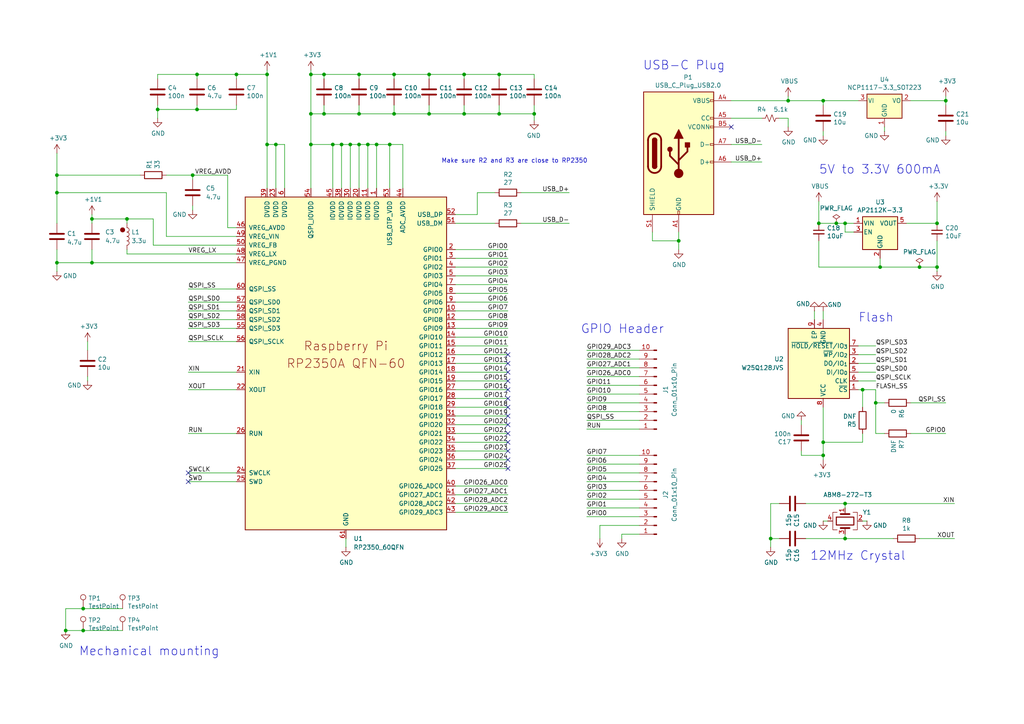
<source format=kicad_sch>
(kicad_sch (version 20250114) (generator "eeschema") (generator_version "9.0")
  (paper "A4")
  (title_block (title "RP2350 GPIO Card V1.1") (date "2020-12-12") (rev "X1") (company "SemiTO-V Student Team, Polytechnic University of Turin") (comment 1 "This work is licensed under a Creative Commons Attribution 4.0 International License") (comment 2 "Authors: Tan Siret Akıncı") (comment 3 "Framework Expansion Card template and RP2350A minimal board") (comment 4 "This schematic is based on:"))
  (lib_symbols
    (symbol "Connector:Conn_01x10_Pin" (pin_names (offset 1.016) (hide yes))
      (property "Reference" "J" (at 0 12.7 0))
      (property "Value" "Conn_01x10_Pin" (at 0 -15.24 0))
      (symbol "Conn_01x10_Pin_1_1"
        (pin passive line (at 5.08 10.16 180) (length 3.81) (name "Pin_1") (number "1"))
        (pin passive line (at 5.08 7.62 180) (length 3.81) (name "Pin_2") (number "2"))
        (pin passive line (at 5.08 5.08 180) (length 3.81) (name "Pin_3") (number "3"))
        (pin passive line (at 5.08 2.54 180) (length 3.81) (name "Pin_4") (number "4"))
        (pin passive line (at 5.08 0 180) (length 3.81) (name "Pin_5") (number "5"))
        (pin passive line (at 5.08 -2.54 180) (length 3.81) (name "Pin_6") (number "6"))
        (pin passive line (at 5.08 -5.08 180) (length 3.81) (name "Pin_7") (number "7"))
        (pin passive line (at 5.08 -7.62 180) (length 3.81) (name "Pin_8") (number "8"))
        (pin passive line (at 5.08 -10.16 180) (length 3.81) (name "Pin_9") (number "9"))
        (pin passive line (at 5.08 -12.7 180) (length 3.81) (name "Pin_10") (number "10"))
      )
    )
    (symbol "Connector:TestPoint" (pin_numbers (hide yes)) (pin_names (offset 0.762) (hide yes))
      (property "Reference" "TP" (at 0 6.858 0))
      (property "Value" "TestPoint" (at 0 5.08 0))
      (symbol "TestPoint_1_1"
        (pin passive line (at 0 0 90) (length 2.54) (name "1") (number "1"))
      )
    )
    (symbol "Connector:USB_C_Plug_USB2.0" (pin_names (offset 1.016))
      (property "Reference" "P" (at -10.16 19.05 0))
      (property "Value" "USB_C_Plug_USB2.0" (at 12.7 19.05 0))
      (symbol "USB_C_Plug_USB2.0_1_1"
        (pin passive line (at -7.62 -22.86 90) (length 5.08) (name "SHIELD") (number "S1"))
        (pin passive line (at 0 -22.86 90) (length 5.08) (name "GND") (number "A1"))
        (pin passive line (at 0 -22.86 90) (length 5.08) (hide yes) (name "GND") (number "A12"))
        (pin passive line (at 0 -22.86 90) (length 5.08) (hide yes) (name "GND") (number "B1"))
        (pin passive line (at 0 -22.86 90) (length 5.08) (hide yes) (name "GND") (number "B12"))
        (pin passive line (at 15.24 15.24 180) (length 5.08) (name "VBUS") (number "A4"))
        (pin passive line (at 15.24 15.24 180) (length 5.08) (hide yes) (name "VBUS") (number "A9"))
        (pin passive line (at 15.24 15.24 180) (length 5.08) (hide yes) (name "VBUS") (number "B4"))
        (pin passive line (at 15.24 15.24 180) (length 5.08) (hide yes) (name "VBUS") (number "B9"))
        (pin bidirectional line (at 15.24 10.16 180) (length 5.08) (name "CC") (number "A5"))
        (pin bidirectional line (at 15.24 7.62 180) (length 5.08) (name "VCONN") (number "B5"))
        (pin bidirectional line (at 15.24 2.54 180) (length 5.08) (name "D-") (number "A7"))
        (pin bidirectional line (at 15.24 -2.54 180) (length 5.08) (name "D+") (number "A6"))
      )
    )
    (symbol "Device:C" (pin_numbers (hide yes)) (pin_names (offset 0.254))
      (property "Reference" "C" (at 0.635 2.54 0))
      (property "Value" "C" (at 0.635 -2.54 0))
      (symbol "C_1_1"
        (pin passive line (at 0 3.81 270) (length 2.794) (name "~") (number "1"))
        (pin passive line (at 0 -3.81 90) (length 2.794) (name "~") (number "2"))
      )
    )
    (symbol "Device:C_Small" (pin_numbers (hide yes)) (pin_names (offset 0.254) (hide yes))
      (property "Reference" "C" (at 0.254 1.778 0))
      (property "Value" "C_Small" (at 0.254 -2.032 0))
      (symbol "C_Small_1_1"
        (pin passive line (at 0 2.54 270) (length 2.032) (name "~") (number "1"))
        (pin passive line (at 0 -2.54 90) (length 2.032) (name "~") (number "2"))
      )
    )
    (symbol "Device:Crystal_GND24" (pin_names (offset 1.016) (hide yes))
      (property "Reference" "Y" (at 3.175 5.08 0))
      (property "Value" "Crystal_GND24" (at 3.175 3.175 0))
      (symbol "Crystal_GND24_1_1"
        (pin passive line (at -3.81 0 0) (length 1.27) (name "1") (number "1"))
        (pin passive line (at 0 5.08 270) (length 1.27) (name "2") (number "2"))
        (pin passive line (at 0 -5.08 90) (length 1.27) (name "4") (number "4"))
        (pin passive line (at 3.81 0 180) (length 1.27) (name "3") (number "3"))
      )
    )
    (symbol "Device:L" (pin_numbers (hide yes)) (pin_names (offset 1.016) (hide yes))
      (property "Reference" "L" (at -1.27 0 90))
      (property "Value" "L" (at 1.905 0 90))
      (symbol "L_1_1"
        (pin passive line (at 0 3.81 270) (length 1.27) (name "1") (number "1"))
        (pin passive line (at 0 -3.81 90) (length 1.27) (name "2") (number "2"))
      )
    )
    (symbol "Device:R" (pin_numbers (hide yes)) (pin_names (offset 0))
      (property "Reference" "R" (at 2.032 0 90))
      (property "Value" "R" (at 0 0 90))
      (symbol "R_1_1"
        (pin passive line (at 0 3.81 270) (length 1.27) (name "~") (number "1"))
        (pin passive line (at 0 -3.81 90) (length 1.27) (name "~") (number "2"))
      )
    )
    (symbol "Device:R_Small_US" (pin_numbers (hide yes)) (pin_names (offset 0.254) (hide yes))
      (property "Reference" "R" (at 0.762 0.508 0))
      (property "Value" "R_Small_US" (at 0.762 -1.016 0))
      (symbol "R_Small_US_1_1"
        (pin passive line (at 0 2.54 270) (length 1.016) (name "~") (number "1"))
        (pin passive line (at 0 -2.54 90) (length 1.016) (name "~") (number "2"))
      )
    )
    (symbol "MCU_RaspberryPi_RP2350:RP2350_60QFN" (pin_names (offset 1.016))
      (property "Reference" "U" (at -29.21 49.53 0))
      (property "Value" "RP2350_60QFN" (at 24.13 -49.53 0))
      (symbol "RP2350_60QFN_0_0"
        (text "Raspberry Pi" (at 0 5.08 0) (effects (font (size 2.54 2.54))))
      )
      (symbol "RP2350_60QFN_1_0"
        (text "RP2350A QFN-60" (at 0 0 0) (effects (font (size 2.54 2.54))))
      )
      (symbol "RP2350_60QFN_1_1"
        (pin power_in line (at -31.75 39.37 0) (length 2.54) (name "VREG_AVDD") (number "46"))
        (pin power_in line (at -31.75 36.83 0) (length 2.54) (name "VREG_VIN") (number "49"))
        (pin input line (at -31.75 34.29 0) (length 2.54) (name "VREG_FB") (number "50"))
        (pin power_out line (at -31.75 31.75 0) (length 2.54) (name "VREG_LX") (number "48"))
        (pin power_in line (at -31.75 29.21 0) (length 2.54) (name "VREG_PGND") (number "47"))
        (pin bidirectional line (at -31.75 21.59 0) (length 2.54) (name "QSPI_SS") (number "60"))
        (pin bidirectional line (at -31.75 17.78 0) (length 2.54) (name "QSPI_SD0") (number "57"))
        (pin bidirectional line (at -31.75 15.24 0) (length 2.54) (name "QSPI_SD1") (number "59"))
        (pin bidirectional line (at -31.75 12.7 0) (length 2.54) (name "QSPI_SD2") (number "58"))
        (pin bidirectional line (at -31.75 10.16 0) (length 2.54) (name "QSPI_SD3") (number "55"))
        (pin output line (at -31.75 6.35 0) (length 2.54) (name "QSPI_SCLK") (number "56"))
        (pin input line (at -31.75 -2.54 0) (length 2.54) (name "XIN") (number "21"))
        (pin passive line (at -31.75 -7.62 0) (length 2.54) (name "XOUT") (number "22"))
        (pin input line (at -31.75 -20.32 0) (length 2.54) (name "RUN") (number "26"))
        (pin output line (at -31.75 -31.75 0) (length 2.54) (name "SWCLK") (number "24"))
        (pin bidirectional line (at -31.75 -34.29 0) (length 2.54) (name "SWD") (number "25"))
        (pin power_in line (at -22.86 50.8 270) (length 2.54) (name "DVDD") (number "39"))
        (pin power_in line (at -20.32 50.8 270) (length 2.54) (name "DVDD") (number "23"))
        (pin power_in line (at -17.78 50.8 270) (length 2.54) (name "DVDD") (number "6"))
        (pin power_in line (at -10.16 50.8 270) (length 2.54) (name "QSPI_IOVDD") (number "54"))
        (pin power_in line (at -3.81 50.8 270) (length 2.54) (name "IOVDD") (number "45"))
        (pin power_in line (at -1.27 50.8 270) (length 2.54) (name "IOVDD") (number "38"))
        (pin power_in line (at 0 -50.8 90) (length 2.54) (name "GND") (number "61"))
        (pin power_in line (at 1.27 50.8 270) (length 2.54) (name "IOVDD") (number "30"))
        (pin power_in line (at 3.81 50.8 270) (length 2.54) (name "IOVDD") (number "20"))
        (pin power_in line (at 6.35 50.8 270) (length 2.54) (name "IOVDD") (number "11"))
        (pin power_in line (at 8.89 50.8 270) (length 2.54) (name "IOVDD") (number "1"))
        (pin power_in line (at 12.7 50.8 270) (length 2.54) (name "USB_OTP_VDD") (number "53"))
        (pin power_in line (at 16.51 50.8 270) (length 2.54) (name "ADC_AVDD") (number "44"))
        (pin bidirectional line (at 31.75 43.18 180) (length 2.54) (name "USB_DP") (number "52"))
        (pin bidirectional line (at 31.75 40.64 180) (length 2.54) (name "USB_DM") (number "51"))
        (pin bidirectional line (at 31.75 33.02 180) (length 2.54) (name "GPIO0") (number "2"))
        (pin bidirectional line (at 31.75 30.48 180) (length 2.54) (name "GPIO1") (number "3"))
        (pin bidirectional line (at 31.75 27.94 180) (length 2.54) (name "GPIO2") (number "4"))
        (pin bidirectional line (at 31.75 25.4 180) (length 2.54) (name "GPIO3") (number "5"))
        (pin bidirectional line (at 31.75 22.86 180) (length 2.54) (name "GPIO4") (number "7"))
        (pin bidirectional line (at 31.75 20.32 180) (length 2.54) (name "GPIO5") (number "8"))
        (pin bidirectional line (at 31.75 17.78 180) (length 2.54) (name "GPIO6") (number "9"))
        (pin bidirectional line (at 31.75 15.24 180) (length 2.54) (name "GPIO7") (number "10"))
        (pin bidirectional line (at 31.75 12.7 180) (length 2.54) (name "GPIO8") (number "12"))
        (pin bidirectional line (at 31.75 10.16 180) (length 2.54) (name "GPIO9") (number "13"))
        (pin bidirectional line (at 31.75 7.62 180) (length 2.54) (name "GPIO10") (number "14"))
        (pin bidirectional line (at 31.75 5.08 180) (length 2.54) (name "GPIO11") (number "15"))
        (pin bidirectional line (at 31.75 2.54 180) (length 2.54) (name "GPIO12") (number "16"))
        (pin bidirectional line (at 31.75 0 180) (length 2.54) (name "GPIO13") (number "17"))
        (pin bidirectional line (at 31.75 -2.54 180) (length 2.54) (name "GPIO14") (number "18"))
        (pin bidirectional line (at 31.75 -5.08 180) (length 2.54) (name "GPIO15") (number "19"))
        (pin bidirectional line (at 31.75 -7.62 180) (length 2.54) (name "GPIO16") (number "27"))
        (pin bidirectional line (at 31.75 -10.16 180) (length 2.54) (name "GPIO17") (number "28"))
        (pin bidirectional line (at 31.75 -12.7 180) (length 2.54) (name "GPIO18") (number "29"))
        (pin bidirectional line (at 31.75 -15.24 180) (length 2.54) (name "GPIO19") (number "31"))
        (pin bidirectional line (at 31.75 -17.78 180) (length 2.54) (name "GPIO20") (number "32"))
        (pin bidirectional line (at 31.75 -20.32 180) (length 2.54) (name "GPIO21") (number "33"))
        (pin bidirectional line (at 31.75 -22.86 180) (length 2.54) (name "GPIO22") (number "34"))
        (pin bidirectional line (at 31.75 -25.4 180) (length 2.54) (name "GPIO23") (number "35"))
        (pin bidirectional line (at 31.75 -27.94 180) (length 2.54) (name "GPIO24") (number "36"))
        (pin bidirectional line (at 31.75 -30.48 180) (length 2.54) (name "GPIO25") (number "37"))
        (pin bidirectional line (at 31.75 -35.56 180) (length 2.54) (name "GPIO26_ADC0") (number "40"))
        (pin bidirectional line (at 31.75 -38.1 180) (length 2.54) (name "GPIO27_ADC1") (number "41"))
        (pin bidirectional line (at 31.75 -40.64 180) (length 2.54) (name "GPIO28_ADC2") (number "42"))
        (pin bidirectional line (at 31.75 -43.18 180) (length 2.54) (name "GPIO29_ADC3") (number "43"))
      )
    )
    (symbol "Memory_Flash:W25Q128JVP"
      (property "Reference" "U" (at -6.35 11.43 0))
      (property "Value" "W25Q128JVP" (at 7.62 11.43 0))
      (symbol "W25Q128JVP_1_1"
        (pin input line (at -10.16 7.62 0) (length 2.54) (name "~{CS}") (number "1"))
        (pin input line (at -10.16 5.08 0) (length 2.54) (name "CLK") (number "6"))
        (pin bidirectional line (at -10.16 2.54 0) (length 2.54) (name "DI/IO_{0}") (number "5"))
        (pin bidirectional line (at -10.16 0 0) (length 2.54) (name "DO/IO_{1}") (number "2"))
        (pin bidirectional line (at -10.16 -2.54 0) (length 2.54) (name "~{WP}/IO_{2}") (number "3"))
        (pin bidirectional line (at -10.16 -5.08 0) (length 2.54) (name "~{HOLD}/~{RESET}/IO_{3}") (number "7"))
        (pin power_in line (at 0 12.7 270) (length 2.54) (name "VCC") (number "8"))
        (pin power_in line (at 0 -12.7 90) (length 2.54) (name "GND") (number "4"))
        (pin passive line (at 2.54 -12.7 90) (length 2.54) (name "EP") (number "9"))
      )
    )
    (symbol "Regulator_Linear:AP2112K-3.3" (pin_names (offset 0.254))
      (property "Reference" "U" (at -5.08 5.715 0))
      (property "Value" "AP2112K-3.3" (at 0 5.715 0))
      (symbol "AP2112K-3.3_1_1"
        (pin power_in line (at -7.62 2.54 0) (length 2.54) (name "VIN") (number "1"))
        (pin input line (at -7.62 0 0) (length 2.54) (name "EN") (number "3"))
        (pin power_in line (at 0 -7.62 90) (length 2.54) (name "GND") (number "2"))
        (pin no_connect line (at 5.08 0 180) (length 2.54) (hide yes) (name "NC") (number "4"))
        (pin power_out line (at 7.62 2.54 180) (length 2.54) (name "VOUT") (number "5"))
      )
    )
    (symbol "Regulator_Linear:NCP1117-3.3_SOT223" (pin_names (offset 0.254))
      (property "Reference" "U" (at -3.81 3.175 0))
      (property "Value" "NCP1117-3.3_SOT223" (at 0 3.175 0))
      (symbol "NCP1117-3.3_SOT223_1_1"
        (pin power_in line (at -7.62 0 0) (length 2.54) (name "VI") (number "3"))
        (pin power_in line (at 0 -7.62 90) (length 2.54) (name "GND") (number "1"))
        (pin power_out line (at 7.62 0 180) (length 2.54) (name "VO") (number "2"))
      )
    )
    (symbol "power:+1V1" (power) (pin_names (offset 0))
      (property "Value" "+1V1" (at 0 3.556 0))
      (symbol "+1V1_1_1"
        (pin power_in line (at 0 0 90) (length 0) (hide yes) (name "+1V1") (number "1"))
      )
    )
    (symbol "power:+3.3V" (power) (pin_numbers (hide yes)) (pin_names (offset 0) (hide yes))
      (property "Value" "+3.3V" (at 0 3.556 0))
      (symbol "+3.3V_1_1"
        (pin power_in line (at 0 0 90) (length 0) (name "~") (number "1"))
      )
    )
    (symbol "power:+3V3" (power) (pin_names (offset 0))
      (property "Value" "+3V3" (at 0 3.556 0))
      (symbol "+3V3_1_1"
        (pin power_in line (at 0 0 90) (length 0) (hide yes) (name "+3V3") (number "1"))
      )
    )
    (symbol "power:GND" (power) (pin_numbers (hide yes)) (pin_names (offset 0) (hide yes))
      (property "Value" "GND" (at 0 -3.81 0))
      (symbol "GND_1_1"
        (pin power_in line (at 0 0 270) (length 0) (name "~") (number "1"))
      )
    )
    (symbol "power:PWR_FLAG" (power) (pin_numbers (hide yes)) (pin_names (offset 0) (hide yes))
      (property "Value" "PWR_FLAG" (at 0 3.81 0))
      (symbol "PWR_FLAG_0_0"
        (pin power_out line (at 0 0 90) (length 0) (name "~") (number "1"))
      )
    )
    (symbol "power:VBUS" (power) (pin_numbers (hide yes)) (pin_names (offset 0) (hide yes))
      (property "Value" "VBUS" (at 0 3.556 0))
      (symbol "VBUS_1_1"
        (pin power_in line (at 0 0 90) (length 0) (name "~") (number "1"))
      )
    )
  )
  (circle (center 35.56 66.675) (radius 0.635) (stroke (width 0) (color 132 0 0 1)) (fill (type color) (color 132 0 0 1)))
  (text "GPIO Header" (at 168.402 97.028 0) (effects (font (size 2.54 2.54)) (justify left bottom)))
  (text "5V to 3.3V 600mA" (at 237.49 50.8 0) (effects (font (size 2.54 2.54)) (justify left bottom)))
  (text "USB-C Plug" (at 186.436 20.574 0) (effects (font (size 2.54 2.54)) (justify left bottom)))
  (text "Mechanical mounting" (at 22.86 190.5 0) (effects (font (size 2.54 2.54)) (justify left bottom)))
  (text "12MHz Crystal" (at 234.95 162.814 0) (effects (font (size 2.54 2.54)) (justify left bottom)))
  (text "Flash" (at 248.92 93.726 0) (effects (font (size 2.54 2.54)) (justify left bottom)))
  (text "Make sure R2 and R3 are close to RP2350\n" (at 128.016 47.498 0) (effects (font (size 1.27 1.27)) (justify left bottom)))
  (junction (at 68.58 21.59))
  (junction (at 77.47 41.91))
  (junction (at 228.6 29.21))
  (junction (at 101.6 41.91))
  (junction (at 16.51 76.2))
  (junction (at 144.78 33.02))
  (junction (at 55.88 50.8))
  (junction (at 24.13 182.88))
  (junction (at 77.47 21.59))
  (junction (at 57.15 21.59))
  (junction (at 254 116.84))
  (junction (at 245.11 146.05))
  (junction (at 90.17 33.02))
  (junction (at 36.83 63.5))
  (junction (at 271.78 77.47))
  (junction (at 255.27 77.47))
  (junction (at 80.01 41.91))
  (junction (at 238.76 29.21))
  (junction (at 271.78 64.77))
  (junction (at 144.78 21.59))
  (junction (at 250.19 113.03))
  (junction (at 154.94 33.02))
  (junction (at 16.51 50.8))
  (junction (at 93.98 33.02))
  (junction (at 16.51 55.88))
  (junction (at 57.15 31.75))
  (junction (at 90.17 41.91))
  (junction (at 19.05 182.88))
  (junction (at 124.46 21.59))
  (junction (at 106.68 41.91))
  (junction (at 245.11 156.21))
  (junction (at 104.14 21.59))
  (junction (at 109.22 41.91))
  (junction (at 223.52 156.21))
  (junction (at 124.46 33.02))
  (junction (at 237.49 64.77))
  (junction (at 113.03 41.91))
  (junction (at 134.62 33.02))
  (junction (at 90.17 21.59))
  (junction (at 104.14 41.91))
  (junction (at 238.76 128.27))
  (junction (at 26.67 76.2))
  (junction (at 266.7 77.47))
  (junction (at 24.13 176.53))
  (junction (at 93.98 21.59))
  (junction (at 114.3 21.59))
  (junction (at 196.85 69.85))
  (junction (at 245.11 64.77))
  (junction (at 104.14 33.02))
  (junction (at 274.32 29.21))
  (junction (at 114.3 33.02))
  (junction (at 242.57 64.77))
  (junction (at 26.67 63.5))
  (junction (at 99.06 41.91))
  (junction (at 45.72 31.75))
  (junction (at 96.52 41.91))
  (junction (at 238.76 132.08))
  (junction (at 134.62 21.59))
  (no_connect (at 147.32 120.65))
  (no_connect (at 147.32 105.41))
  (no_connect (at 54.61 139.7))
  (no_connect (at 147.32 110.49))
  (no_connect (at 147.32 125.73))
  (no_connect (at 54.61 137.16))
  (no_connect (at 147.32 130.81))
  (no_connect (at 147.32 135.89))
  (no_connect (at 147.32 123.19))
  (no_connect (at 212.09 36.83))
  (no_connect (at 147.32 115.57))
  (no_connect (at 147.32 107.95))
  (no_connect (at 147.32 128.27))
  (no_connect (at 147.32 118.11))
  (no_connect (at 147.32 102.87))
  (no_connect (at 147.32 113.03))
  (no_connect (at 147.32 133.35))
  (wire (pts (xy 248.92 110.49) (xy 254 110.49)))
  (wire (pts (xy 16.51 76.2) (xy 16.51 78.74)))
  (wire (pts (xy 274.32 29.21) (xy 274.32 27.94)))
  (wire (pts (xy 77.47 21.59) (xy 77.47 41.91)))
  (wire (pts (xy 57.15 21.59) (xy 68.58 21.59)))
  (wire (pts (xy 248.92 107.95) (xy 254 107.95)))
  (wire (pts (xy 90.17 21.59) (xy 93.98 21.59)))
  (wire (pts (xy 170.18 124.46) (xy 185.42 124.46)))
  (wire (pts (xy 170.18 139.7) (xy 185.42 139.7)))
  (wire (pts (xy 271.78 69.85) (xy 271.78 77.47)))
  (wire (pts (xy 16.51 55.88) (xy 16.51 64.77)))
  (wire (pts (xy 16.51 76.2) (xy 26.67 76.2)))
  (wire (pts (xy 185.42 109.22) (xy 170.18 109.22)))
  (wire (pts (xy 55.88 50.8) (xy 55.88 52.07)))
  (wire (pts (xy 256.54 36.83) (xy 256.54 38.1)))
  (wire (pts (xy 264.16 29.21) (xy 274.32 29.21)))
  (wire (pts (xy 99.06 41.91) (xy 101.6 41.91)))
  (wire (pts (xy 170.18 142.24) (xy 185.42 142.24)))
  (wire (pts (xy 238.76 133.35) (xy 238.76 132.08)))
  (wire (pts (xy 232.41 130.81) (xy 232.41 132.08)))
  (wire (pts (xy 196.85 72.39) (xy 196.85 69.85)))
  (wire (pts (xy 132.08 87.63) (xy 147.32 87.63)))
  (wire (pts (xy 132.08 102.87) (xy 147.32 102.87)))
  (wire (pts (xy 48.26 50.8) (xy 55.88 50.8)))
  (wire (pts (xy 248.92 102.87) (xy 254 102.87)))
  (wire (pts (xy 54.61 107.95) (xy 68.58 107.95)))
  (wire (pts (xy 132.08 140.97) (xy 147.32 140.97)))
  (wire (pts (xy 54.61 92.71) (xy 68.58 92.71)))
  (wire (pts (xy 144.78 21.59) (xy 154.94 21.59)))
  (wire (pts (xy 124.46 33.02) (xy 134.62 33.02)))
  (wire (pts (xy 132.08 97.79) (xy 147.32 97.79)))
  (wire (pts (xy 26.67 76.2) (xy 68.58 76.2)))
  (wire (pts (xy 226.06 156.21) (xy 223.52 156.21)))
  (wire (pts (xy 255.27 74.93) (xy 255.27 77.47)))
  (wire (pts (xy 262.89 64.77) (xy 271.78 64.77)))
  (wire (pts (xy 90.17 54.61) (xy 90.17 41.91)))
  (wire (pts (xy 250.19 151.13) (xy 251.46 151.13)))
  (wire (pts (xy 57.15 22.86) (xy 57.15 21.59)))
  (wire (pts (xy 170.18 132.08) (xy 185.42 132.08)))
  (wire (pts (xy 44.45 63.5) (xy 36.83 63.5)))
  (wire (pts (xy 238.76 118.11) (xy 238.76 128.27)))
  (wire (pts (xy 25.4 99.06) (xy 25.4 101.6)))
  (wire (pts (xy 104.14 54.61) (xy 104.14 41.91)))
  (wire (pts (xy 109.22 41.91) (xy 109.22 54.61)))
  (wire (pts (xy 26.67 63.5) (xy 36.83 63.5)))
  (wire (pts (xy 26.67 72.39) (xy 26.67 76.2)))
  (wire (pts (xy 16.51 50.8) (xy 16.51 55.88)))
  (wire (pts (xy 101.6 54.61) (xy 101.6 41.91)))
  (wire (pts (xy 68.58 99.06) (xy 54.61 99.06)))
  (wire (pts (xy 132.08 107.95) (xy 147.32 107.95)))
  (wire (pts (xy 113.03 41.91) (xy 116.84 41.91)))
  (wire (pts (xy 45.72 21.59) (xy 57.15 21.59)))
  (wire (pts (xy 238.76 151.13) (xy 240.03 151.13)))
  (wire (pts (xy 248.92 105.41) (xy 254 105.41)))
  (wire (pts (xy 132.08 120.65) (xy 147.32 120.65)))
  (wire (pts (xy 132.08 72.39) (xy 147.32 72.39)))
  (wire (pts (xy 66.04 50.8) (xy 66.04 66.04)))
  (wire (pts (xy 124.46 22.86) (xy 124.46 21.59)))
  (wire (pts (xy 223.52 146.05) (xy 223.52 156.21)))
  (wire (pts (xy 254 125.73) (xy 254 116.84)))
  (wire (pts (xy 80.01 41.91) (xy 82.55 41.91)))
  (wire (pts (xy 93.98 33.02) (xy 104.14 33.02)))
  (wire (pts (xy 132.08 64.77) (xy 143.51 64.77)))
  (wire (pts (xy 114.3 33.02) (xy 124.46 33.02)))
  (wire (pts (xy 170.18 119.38) (xy 185.42 119.38)))
  (wire (pts (xy 93.98 22.86) (xy 93.98 21.59)))
  (wire (pts (xy 132.08 118.11) (xy 147.32 118.11)))
  (wire (pts (xy 274.32 116.84) (xy 264.16 116.84)))
  (wire (pts (xy 228.6 27.94) (xy 228.6 29.21)))
  (wire (pts (xy 245.11 147.32) (xy 245.11 146.05)))
  (wire (pts (xy 266.7 77.47) (xy 271.78 77.47)))
  (wire (pts (xy 132.08 105.41) (xy 147.32 105.41)))
  (wire (pts (xy 48.26 68.58) (xy 68.58 68.58)))
  (wire (pts (xy 26.67 62.23) (xy 26.67 63.5)))
  (wire (pts (xy 96.52 41.91) (xy 99.06 41.91)))
  (wire (pts (xy 247.65 67.31) (xy 245.11 67.31)))
  (wire (pts (xy 274.32 125.73) (xy 264.16 125.73)))
  (wire (pts (xy 151.13 64.77) (xy 165.1 64.77)))
  (wire (pts (xy 254 113.03) (xy 254 116.84)))
  (wire (pts (xy 185.42 101.6) (xy 170.18 101.6)))
  (wire (pts (xy 132.08 123.19) (xy 147.32 123.19)))
  (wire (pts (xy 16.51 44.45) (xy 16.51 50.8)))
  (wire (pts (xy 35.56 182.88) (xy 24.13 182.88)))
  (wire (pts (xy 132.08 110.49) (xy 147.32 110.49)))
  (wire (pts (xy 54.61 90.17) (xy 68.58 90.17)))
  (wire (pts (xy 104.14 33.02) (xy 114.3 33.02)))
  (wire (pts (xy 248.92 113.03) (xy 250.19 113.03)))
  (wire (pts (xy 77.47 20.32) (xy 77.47 21.59)))
  (wire (pts (xy 132.08 85.09) (xy 147.32 85.09)))
  (wire (pts (xy 132.08 100.33) (xy 147.32 100.33)))
  (wire (pts (xy 212.09 41.91) (xy 220.98 41.91)))
  (wire (pts (xy 132.08 74.93) (xy 147.32 74.93)))
  (wire (pts (xy 245.11 146.05) (xy 276.86 146.05)))
  (wire (pts (xy 114.3 21.59) (xy 124.46 21.59)))
  (wire (pts (xy 132.08 113.03) (xy 147.32 113.03)))
  (wire (pts (xy 90.17 21.59) (xy 90.17 33.02)))
  (wire (pts (xy 36.83 63.5) (xy 36.83 64.77)))
  (wire (pts (xy 54.61 83.82) (xy 68.58 83.82)))
  (wire (pts (xy 99.06 54.61) (xy 99.06 41.91)))
  (wire (pts (xy 238.76 90.17) (xy 238.76 92.71)))
  (wire (pts (xy 144.78 33.02) (xy 154.94 33.02)))
  (wire (pts (xy 124.46 21.59) (xy 134.62 21.59)))
  (wire (pts (xy 132.08 125.73) (xy 147.32 125.73)))
  (wire (pts (xy 132.08 128.27) (xy 147.32 128.27)))
  (wire (pts (xy 248.92 100.33) (xy 254 100.33)))
  (wire (pts (xy 271.78 77.47) (xy 271.78 78.74)))
  (wire (pts (xy 66.04 66.04) (xy 68.58 66.04)))
  (wire (pts (xy 144.78 22.86) (xy 144.78 21.59)))
  (wire (pts (xy 138.43 55.88) (xy 143.51 55.88)))
  (wire (pts (xy 256.54 125.73) (xy 254 125.73)))
  (wire (pts (xy 132.08 143.51) (xy 147.32 143.51)))
  (wire (pts (xy 106.68 41.91) (xy 109.22 41.91)))
  (wire (pts (xy 36.83 73.66) (xy 36.83 72.39)))
  (wire (pts (xy 35.56 176.53) (xy 24.13 176.53)))
  (wire (pts (xy 90.17 20.32) (xy 90.17 21.59)))
  (wire (pts (xy 236.22 90.17) (xy 236.22 92.71)))
  (wire (pts (xy 132.08 92.71) (xy 147.32 92.71)))
  (wire (pts (xy 250.19 113.03) (xy 254 113.03)))
  (wire (pts (xy 90.17 33.02) (xy 93.98 33.02)))
  (wire (pts (xy 132.08 130.81) (xy 147.32 130.81)))
  (wire (pts (xy 250.19 113.03) (xy 250.19 118.11)))
  (wire (pts (xy 45.72 31.75) (xy 45.72 34.29)))
  (wire (pts (xy 237.49 64.77) (xy 242.57 64.77)))
  (wire (pts (xy 24.13 182.88) (xy 19.05 182.88)))
  (wire (pts (xy 228.6 29.21) (xy 238.76 29.21)))
  (wire (pts (xy 68.58 113.03) (xy 54.61 113.03)))
  (wire (pts (xy 68.58 31.75) (xy 68.58 30.48)))
  (wire (pts (xy 170.18 111.76) (xy 185.42 111.76)))
  (wire (pts (xy 116.84 41.91) (xy 116.84 54.61)))
  (wire (pts (xy 45.72 22.86) (xy 45.72 21.59)))
  (wire (pts (xy 90.17 41.91) (xy 96.52 41.91)))
  (wire (pts (xy 256.54 116.84) (xy 254 116.84)))
  (wire (pts (xy 212.09 46.99) (xy 220.98 46.99)))
  (wire (pts (xy 57.15 30.48) (xy 57.15 31.75)))
  (wire (pts (xy 170.18 121.92) (xy 185.42 121.92)))
  (wire (pts (xy 170.18 116.84) (xy 185.42 116.84)))
  (wire (pts (xy 151.13 55.88) (xy 165.1 55.88)))
  (wire (pts (xy 233.68 156.21) (xy 245.11 156.21)))
  (wire (pts (xy 189.23 69.85) (xy 196.85 69.85)))
  (wire (pts (xy 173.99 156.21) (xy 173.99 152.4)))
  (wire (pts (xy 170.18 137.16) (xy 185.42 137.16)))
  (wire (pts (xy 237.49 77.47) (xy 255.27 77.47)))
  (wire (pts (xy 250.19 125.73) (xy 250.19 128.27)))
  (wire (pts (xy 232.41 123.19) (xy 232.41 121.92)))
  (wire (pts (xy 170.18 149.86) (xy 185.42 149.86)))
  (wire (pts (xy 185.42 106.68) (xy 170.18 106.68)))
  (wire (pts (xy 80.01 41.91) (xy 77.47 41.91)))
  (wire (pts (xy 238.76 38.1) (xy 238.76 39.37)))
  (wire (pts (xy 26.67 64.77) (xy 26.67 63.5)))
  (wire (pts (xy 132.08 135.89) (xy 147.32 135.89)))
  (wire (pts (xy 226.06 146.05) (xy 223.52 146.05)))
  (wire (pts (xy 232.41 132.08) (xy 238.76 132.08)))
  (wire (pts (xy 132.08 148.59) (xy 147.32 148.59)))
  (wire (pts (xy 132.08 82.55) (xy 147.32 82.55)))
  (wire (pts (xy 96.52 54.61) (xy 96.52 41.91)))
  (wire (pts (xy 173.99 152.4) (xy 185.42 152.4)))
  (wire (pts (xy 274.32 30.48) (xy 274.32 29.21)))
  (wire (pts (xy 44.45 71.12) (xy 44.45 63.5)))
  (wire (pts (xy 245.11 156.21) (xy 259.08 156.21)))
  (wire (pts (xy 255.27 77.47) (xy 266.7 77.47)))
  (wire (pts (xy 189.23 67.31) (xy 189.23 69.85)))
  (wire (pts (xy 132.08 115.57) (xy 147.32 115.57)))
  (wire (pts (xy 237.49 58.42) (xy 237.49 64.77)))
  (wire (pts (xy 154.94 30.48) (xy 154.94 33.02)))
  (wire (pts (xy 24.13 176.53) (xy 19.05 176.53)))
  (wire (pts (xy 132.08 62.23) (xy 138.43 62.23)))
  (wire (pts (xy 124.46 30.48) (xy 124.46 33.02)))
  (wire (pts (xy 114.3 30.48) (xy 114.3 33.02)))
  (wire (pts (xy 45.72 30.48) (xy 45.72 31.75)))
  (wire (pts (xy 54.61 125.73) (xy 68.58 125.73)))
  (wire (pts (xy 104.14 30.48) (xy 104.14 33.02)))
  (wire (pts (xy 48.26 55.88) (xy 48.26 68.58)))
  (wire (pts (xy 248.92 29.21) (xy 238.76 29.21)))
  (wire (pts (xy 170.18 134.62) (xy 185.42 134.62)))
  (wire (pts (xy 114.3 22.86) (xy 114.3 21.59)))
  (wire (pts (xy 185.42 104.14) (xy 170.18 104.14)))
  (wire (pts (xy 68.58 21.59) (xy 77.47 21.59)))
  (wire (pts (xy 104.14 41.91) (xy 106.68 41.91)))
  (wire (pts (xy 185.42 154.94) (xy 180.34 154.94)))
  (wire (pts (xy 233.68 146.05) (xy 245.11 146.05)))
  (wire (pts (xy 237.49 69.85) (xy 237.49 77.47)))
  (wire (pts (xy 68.58 137.16) (xy 54.61 137.16)))
  (wire (pts (xy 104.14 22.86) (xy 104.14 21.59)))
  (wire (pts (xy 132.08 95.25) (xy 147.32 95.25)))
  (wire (pts (xy 68.58 71.12) (xy 44.45 71.12)))
  (wire (pts (xy 54.61 87.63) (xy 68.58 87.63)))
  (wire (pts (xy 134.62 21.59) (xy 144.78 21.59)))
  (wire (pts (xy 180.34 154.94) (xy 180.34 156.21)))
  (wire (pts (xy 19.05 176.53) (xy 19.05 182.88)))
  (wire (pts (xy 100.33 156.21) (xy 100.33 158.75)))
  (wire (pts (xy 109.22 41.91) (xy 113.03 41.91)))
  (wire (pts (xy 132.08 133.35) (xy 147.32 133.35)))
  (wire (pts (xy 238.76 132.08) (xy 238.76 128.27)))
  (wire (pts (xy 271.78 58.42) (xy 271.78 64.77)))
  (wire (pts (xy 82.55 41.91) (xy 82.55 54.61)))
  (wire (pts (xy 138.43 55.88) (xy 138.43 62.23)))
  (wire (pts (xy 104.14 21.59) (xy 114.3 21.59)))
  (wire (pts (xy 266.7 156.21) (xy 276.86 156.21)))
  (wire (pts (xy 57.15 31.75) (xy 68.58 31.75)))
  (wire (pts (xy 238.76 128.27) (xy 250.19 128.27)))
  (wire (pts (xy 16.51 50.8) (xy 40.64 50.8)))
  (wire (pts (xy 25.4 109.22) (xy 25.4 110.49)))
  (wire (pts (xy 132.08 77.47) (xy 147.32 77.47)))
  (wire (pts (xy 68.58 22.86) (xy 68.58 21.59)))
  (wire (pts (xy 196.85 69.85) (xy 196.85 67.31)))
  (wire (pts (xy 170.18 114.3) (xy 185.42 114.3)))
  (wire (pts (xy 245.11 67.31) (xy 245.11 64.77)))
  (wire (pts (xy 274.32 38.1) (xy 274.32 39.37)))
  (wire (pts (xy 16.51 72.39) (xy 16.51 76.2)))
  (wire (pts (xy 68.58 139.7) (xy 54.61 139.7)))
  (wire (pts (xy 45.72 31.75) (xy 57.15 31.75)))
  (wire (pts (xy 154.94 22.86) (xy 154.94 21.59)))
  (wire (pts (xy 55.88 60.96) (xy 55.88 59.69)))
  (wire (pts (xy 212.09 34.29) (xy 220.98 34.29)))
  (wire (pts (xy 212.09 29.21) (xy 228.6 29.21)))
  (wire (pts (xy 245.11 64.77) (xy 247.65 64.77)))
  (wire (pts (xy 170.18 147.32) (xy 185.42 147.32)))
  (wire (pts (xy 238.76 30.48) (xy 238.76 29.21)))
  (wire (pts (xy 101.6 41.91) (xy 104.14 41.91)))
  (wire (pts (xy 134.62 33.02) (xy 144.78 33.02)))
  (wire (pts (xy 132.08 90.17) (xy 147.32 90.17)))
  (wire (pts (xy 226.06 34.29) (xy 228.6 34.29)))
  (wire (pts (xy 93.98 21.59) (xy 104.14 21.59)))
  (wire (pts (xy 90.17 33.02) (xy 90.17 41.91)))
  (wire (pts (xy 170.18 144.78) (xy 185.42 144.78)))
  (wire (pts (xy 106.68 54.61) (xy 106.68 41.91)))
  (wire (pts (xy 80.01 54.61) (xy 80.01 41.91)))
  (wire (pts (xy 55.88 50.8) (xy 66.04 50.8)))
  (wire (pts (xy 36.83 73.66) (xy 68.58 73.66)))
  (wire (pts (xy 245.11 154.94) (xy 245.11 156.21)))
  (wire (pts (xy 144.78 30.48) (xy 144.78 33.02)))
  (wire (pts (xy 132.08 80.01) (xy 147.32 80.01)))
  (wire (pts (xy 228.6 34.29) (xy 228.6 36.83)))
  (wire (pts (xy 134.62 30.48) (xy 134.62 33.02)))
  (wire (pts (xy 223.52 156.21) (xy 223.52 158.75)))
  (wire (pts (xy 93.98 30.48) (xy 93.98 33.02)))
  (wire (pts (xy 113.03 54.61) (xy 113.03 41.91)))
  (wire (pts (xy 242.57 64.77) (xy 245.11 64.77)))
  (wire (pts (xy 77.47 41.91) (xy 77.47 54.61)))
  (wire (pts (xy 134.62 22.86) (xy 134.62 21.59)))
  (wire (pts (xy 154.94 33.02) (xy 154.94 34.925)))
  (wire (pts (xy 54.61 95.25) (xy 68.58 95.25)))
  (wire (pts (xy 16.51 55.88) (xy 48.26 55.88)))
  (wire (pts (xy 132.08 146.05) (xy 147.32 146.05)))
  (label "QSPI_SS" (at 170.18 121.92 0))
  (label "QSPI_SD2" (at 54.61 92.71 0))
  (label "QSPI_SS" (at 54.61 83.82 0))
  (label "GPIO15" (at 147.32 110.49 180))
  (label "GPIO6" (at 147.32 87.63 180))
  (label "GPIO18" (at 147.32 118.11 180))
  (label "GPIO2" (at 147.32 77.47 180))
  (label "GPIO22" (at 147.32 128.27 180))
  (label "GPIO2" (at 170.18 144.78 0))
  (label "USB_D+" (at 220.98 46.99 180))
  (label "USB_D+" (at 165.1 55.88 180))
  (label "GPIO5" (at 170.18 137.16 0))
  (label "SWD" (at 54.61 139.7 0))
  (label "RUN" (at 170.18 124.46 0))
  (label "GPIO8" (at 147.32 92.71 180))
  (label "GPIO25" (at 147.32 135.89 180))
  (label "GPIO26_ADC0" (at 170.18 109.22 0))
  (label "USB_D-" (at 220.98 41.91 180))
  (label "QSPI_SD1" (at 254 105.41 0))
  (label "QSPI_SCLK" (at 254 110.49 0))
  (label "GPIO26_ADC0" (at 147.32 140.97 180))
  (label "GPIO9" (at 170.18 116.84 0))
  (label "GPIO24" (at 147.32 133.35 180))
  (label "GPIO10" (at 147.32 97.79 180))
  (label "GPIO23" (at 147.32 130.81 180))
  (label "GPIO0" (at 170.18 149.86 0))
  (label "GPIO8" (at 170.18 119.38 0))
  (label "GPIO28_ADC2" (at 170.18 104.14 0))
  (label "GPIO29_ADC3" (at 170.18 101.6 0))
  (label "RUN" (at 54.61 125.73 0))
  (label "QSPI_SD3" (at 54.61 95.25 0))
  (label "GPIO7" (at 170.18 132.08 0))
  (label "GPIO29_ADC3" (at 147.32 148.59 180))
  (label "GPIO19" (at 147.32 120.65 180))
  (label "FLASH_SS" (at 254 113.03 0))
  (label "GPIO17" (at 147.32 115.57 180))
  (label "QSPI_SD3" (at 254 100.33 0))
  (label "GPIO27_ADC1" (at 170.18 106.68 0))
  (label "USB_D-" (at 165.1 64.77 180))
  (label "VREG_LX" (at 54.61 73.66 0))
  (label "GPIO12" (at 147.32 102.87 180))
  (label "GPIO11" (at 170.18 111.76 0))
  (label "GPIO28_ADC2" (at 147.32 146.05 180))
  (label "QSPI_SD2" (at 254 102.87 0))
  (label "XIN" (at 276.86 146.05 180))
  (label "GPIO10" (at 170.18 114.3 0))
  (label "QSPI_SD0" (at 54.61 87.63 0))
  (label "GPIO27_ADC1" (at 147.32 143.51 180))
  (label "XOUT" (at 276.86 156.21 180))
  (label "GPIO4" (at 147.32 82.55 180))
  (label "QSPI_SD1" (at 54.61 90.17 0))
  (label "GPIO16" (at 147.32 113.03 180))
  (label "QSPI_SD0" (at 254 107.95 0))
  (label "GPIO0" (at 147.32 72.39 180))
  (label "GPIO0" (at 274.32 125.73 180))
  (label "GPIO1" (at 147.32 74.93 180))
  (label "GPIO1" (at 170.18 147.32 0))
  (label "VREG_AVDD" (at 56.515 50.8 0))
  (label "GPIO3" (at 170.18 142.24 0))
  (label "GPIO3" (at 147.32 80.01 180))
  (label "QSPI_SS" (at 274.32 116.84 180))
  (label "QSPI_SCLK" (at 54.61 99.06 0))
  (label "GPIO6" (at 170.18 134.62 0))
  (label "GPIO11" (at 147.32 100.33 180))
  (label "GPIO4" (at 170.18 139.7 0))
  (label "XOUT" (at 54.61 113.03 0))
  (label "GPIO20" (at 147.32 123.19 180))
  (label "GPIO5" (at 147.32 85.09 180))
  (label "XIN" (at 54.61 107.95 0))
  (label "GPIO13" (at 147.32 105.41 180))
  (label "SWCLK" (at 54.61 137.16 0))
  (label "GPIO7" (at 147.32 90.17 180))
  (label "GPIO9" (at 147.32 95.25 180))
  (label "GPIO14" (at 147.32 107.95 180))
  (label "GPIO21" (at 147.32 125.73 180))
  (symbol (lib_id "power:GND") (at 100.33 158.75 0) (unit 1)
    (property "Reference" "#PWR011" (effects (hide yes)))
    (property "Value" "GND" (at 100.457 163.1442 0))
  )
  (symbol (lib_id "Device:R") (at 147.32 55.88 270) (unit 1)
    (property "Reference" "R2" (at 147.32 50.6222 90))
    (property "Value" "27" (at 147.32 52.9336 90))
    (property "Footprint" "Resistor_SMD:R_0402_1005Metric" (effects (hide yes)))
  )
  (symbol (lib_id "Device:R") (at 147.32 64.77 270) (unit 1)
    (property "Reference" "R3" (at 147.32 59.5122 90))
    (property "Value" "27" (at 147.32 61.8236 90))
    (property "Footprint" "Resistor_SMD:R_0402_1005Metric" (effects (hide yes)))
  )
  (symbol (lib_id "power:+3V3") (at 90.17 20.32 0) (unit 1)
    (property "Reference" "#PWR010" (effects (hide yes)))
    (property "Value" "+3V3" (at 90.551 15.9258 0))
  )
  (symbol (lib_id "Device:C") (at 93.98 26.67 0) (unit 1)
    (property "Reference" "C8" (at 96.901 25.5016 0) (effects (justify left)))
    (property "Value" "100n" (at 96.901 27.813 0) (effects (justify left)))
    (property "Footprint" "Capacitor_SMD:C_0402_1005Metric" (effects (hide yes)))
  )
  (symbol (lib_id "Device:C") (at 104.14 26.67 0) (unit 1)
    (property "Reference" "C9" (at 107.061 25.5016 0) (effects (justify left)))
    (property "Value" "100n" (at 107.061 27.813 0) (effects (justify left)))
    (property "Footprint" "Capacitor_SMD:C_0402_1005Metric" (effects (hide yes)))
  )
  (symbol (lib_id "Device:C") (at 114.3 26.67 0) (unit 1)
    (property "Reference" "C10" (at 117.221 25.5016 0) (effects (justify left)))
    (property "Value" "100n" (at 117.221 27.813 0) (effects (justify left)))
    (property "Footprint" "Capacitor_SMD:C_0402_1005Metric" (effects (hide yes)))
  )
  (symbol (lib_id "Device:C") (at 124.46 26.67 0) (unit 1)
    (property "Reference" "C11" (at 127.381 25.5016 0) (effects (justify left)))
    (property "Value" "100n" (at 127.381 27.813 0) (effects (justify left)))
    (property "Footprint" "Capacitor_SMD:C_0402_1005Metric" (effects (hide yes)))
  )
  (symbol (lib_id "Device:C") (at 134.62 26.67 0) (unit 1)
    (property "Reference" "C12" (at 137.541 25.5016 0) (effects (justify left)))
    (property "Value" "100n" (at 137.541 27.813 0) (effects (justify left)))
    (property "Footprint" "Capacitor_SMD:C_0402_1005Metric" (effects (hide yes)))
  )
  (symbol (lib_id "Device:C") (at 144.78 26.67 0) (unit 1)
    (property "Reference" "C13" (at 147.701 25.5016 0) (effects (justify left)))
    (property "Value" "100n" (at 147.701 27.813 0) (effects (justify left)))
    (property "Footprint" "Capacitor_SMD:C_0402_1005Metric" (effects (hide yes)))
  )
  (symbol (lib_id "power:GND") (at 256.54 38.1 0) (unit 1)
    (property "Reference" "#PWR027" (effects (hide yes)))
    (property "Value" "GND" (at 252.73 39.37 0))
  )
  (symbol (lib_id "Device:C") (at 274.32 34.29 0) (unit 1)
    (property "Reference" "C21" (at 277.241 33.1216 0) (effects (justify left)))
    (property "Value" "10u" (at 277.241 35.433 0) (effects (justify left)))
    (property "Footprint" "Capacitor_SMD:C_0805_2012Metric" (effects (hide yes)))
  )
  (symbol (lib_id "power:+3V3") (at 25.4 99.06 0) (unit 1)
    (property "Reference" "#PWR04" (effects (hide yes)))
    (property "Value" "+3V3" (at 25.781 94.6658 0))
  )
  (symbol (lib_id "Device:C") (at 25.4 105.41 0) (unit 1)
    (property "Reference" "C2" (at 28.321 104.2416 0) (effects (justify left)))
    (property "Value" "10u" (at 28.321 106.553 0) (effects (justify left)))
    (property "Footprint" "Capacitor_SMD:C_0805_2012Metric" (effects (hide yes)))
  )
  (symbol (lib_id "power:GND") (at 25.4 110.49 0) (unit 1)
    (property "Reference" "#PWR05" (effects (hide yes)))
    (property "Value" "GND" (at 21.59 111.76 0))
  )
  (symbol (lib_id "Regulator_Linear:AP2112K-3.3") (at 255.27 67.31 0) (unit 1)
    (property "Reference" "U3" (at 255.27 58.6232 0))
    (property "Value" "AP2112K-3.3" (at 255.27 60.9346 0))
    (property "Footprint" "Package_TO_SOT_SMD:SOT-23-5" (effects (hide yes)))
    (property "Datasheet" "https://www.diodes.com/assets/Datasheets/AP2112.pdf" (effects (hide yes)))
  )
  (symbol (lib_id "Device:C_Small") (at 237.49 67.31 0) (unit 1)
    (property "Reference" "C18" (at 239.8268 66.1416 0) (effects (justify left)))
    (property "Value" "10uF" (at 239.8268 68.453 0) (effects (justify left)))
    (property "Footprint" "Capacitor_SMD:C_0805_2012Metric" (effects (hide yes)))
  )
  (symbol (lib_id "Device:C_Small") (at 271.78 67.31 0) (unit 1)
    (property "Reference" "C20" (at 274.1168 66.1416 0) (effects (justify left)))
    (property "Value" "10uF" (at 274.1168 68.453 0) (effects (justify left)))
    (property "Footprint" "Capacitor_SMD:C_0805_2012Metric" (effects (hide yes)))
  )
  (symbol (lib_id "power:+3.3V") (at 271.78 58.42 0) (unit 1)
    (property "Reference" "#PWR028" (effects (hide yes)))
    (property "Value" "+3.3V" (at 272.161 54.0258 0))
  )
  (symbol (lib_id "power:GND") (at 271.78 78.74 0) (unit 1)
    (property "Reference" "#PWR029" (effects (hide yes)))
    (property "Value" "GND" (at 271.907 83.1342 0))
  )
  (symbol (lib_id "power:VBUS") (at 237.49 58.42 0) (unit 1)
    (property "Reference" "#PWR021" (effects (hide yes)))
    (property "Value" "VBUS" (at 237.871 54.0258 0))
  )
  (symbol (lib_id "Connector:USB_C_Plug_USB2.0") (at 196.85 44.45 0) (unit 1)
    (property "Reference" "P1" (at 199.5678 22.4282 0))
    (property "Value" "USB_C_Plug_USB2.0" (at 199.5678 24.7396 0))
    (property "Footprint" "Expansion_Card:USB_C_Plug_Molex_105444" (effects (hide yes)))
    (property "Datasheet" "https://www.usb.org/sites/default/files/documents/usb_type-c.zip" (effects (hide yes)))
  )
  (symbol (lib_id "Device:R_Small_US") (at 223.52 34.29 90) (unit 1)
    (property "Reference" "R4" (at 222.25 31.75 90) (effects (justify left)))
    (property "Value" "5.1k" (at 228.6 31.75 90) (effects (justify left)))
    (property "Footprint" "Resistor_SMD:R_0603_1608Metric" (effects (hide yes)))
  )
  (symbol (lib_id "power:GND") (at 196.85 72.39 0) (unit 1)
    (property "Reference" "#PWR015" (effects (hide yes)))
    (property "Value" "GND" (at 196.977 76.7842 0))
  )
  (symbol (lib_id "power:GND") (at 228.6 36.83 0) (unit 1)
    (property "Reference" "#PWR018" (effects (hide yes)))
    (property "Value" "GND" (at 228.727 41.2242 0))
  )
  (symbol (lib_id "power:PWR_FLAG") (at 242.57 64.77 0) (unit 1)
    (property "Reference" "#FLG01" (effects (hide yes)))
    (property "Value" "PWR_FLAG" (at 242.57 60.3758 0))
  )
  (symbol (lib_id "power:PWR_FLAG") (at 266.7 77.47 0) (unit 1)
    (property "Reference" "#FLG02" (effects (hide yes)))
    (property "Value" "PWR_FLAG" (at 266.7 73.0758 0))
  )
  (symbol (lib_id "Connector:TestPoint") (at 35.56 176.53 0) (unit 1)
    (property "Reference" "TP3" (at 37.0332 173.5328 0) (effects (justify left)))
    (property "Value" "TestPoint" (at 37.0332 175.8442 0) (effects (justify left)))
    (property "Footprint" "TestPoint:TestPoint_Pad_1.5x1.5mm" (effects (hide yes)))
  )
  (symbol (lib_id "Connector:TestPoint") (at 24.13 176.53 0) (unit 1)
    (property "Reference" "TP1" (at 25.6032 173.5328 0) (effects (justify left)))
    (property "Value" "TestPoint" (at 25.6032 175.8442 0) (effects (justify left)))
    (property "Footprint" "TestPoint:TestPoint_Pad_1.5x1.5mm" (effects (hide yes)))
  )
  (symbol (lib_id "Connector:TestPoint") (at 24.13 182.88 0) (unit 1)
    (property "Reference" "TP2" (at 25.6032 179.8828 0) (effects (justify left)))
    (property "Value" "TestPoint" (at 25.6032 182.1942 0) (effects (justify left)))
    (property "Footprint" "TestPoint:TestPoint_Pad_1.5x1.5mm" (effects (hide yes)))
  )
  (symbol (lib_id "Connector:TestPoint") (at 35.56 182.88 0) (unit 1)
    (property "Reference" "TP4" (at 37.0332 179.8828 0) (effects (justify left)))
    (property "Value" "TestPoint" (at 37.0332 182.1942 0) (effects (justify left)))
    (property "Footprint" "TestPoint:TestPoint_Pad_1.5x1.5mm" (effects (hide yes)))
  )
  (symbol (lib_id "power:GND") (at 19.05 182.88 0) (unit 1)
    (property "Reference" "#PWR03" (effects (hide yes)))
    (property "Value" "GND" (at 19.177 187.2742 0))
  )
  (symbol (lib_id "power:+3V3") (at 16.51 44.45 0) (unit 1)
    (property "Reference" "#PWR01" (effects (hide yes)))
    (property "Value" "+3V3" (at 16.891 40.0558 0))
  )
  (symbol (lib_id "Device:C") (at 68.58 26.67 0) (unit 1)
    (property "Reference" "C7" (at 71.501 25.5016 0) (effects (justify left)))
    (property "Value" "100n" (at 71.501 27.813 0) (effects (justify left)))
    (property "Footprint" "Capacitor_SMD:C_0402_1005Metric" (effects (hide yes)))
  )
  (symbol (lib_id "power:GND") (at 55.88 60.96 0) (unit 1)
    (property "Reference" "#PWR08" (effects (hide yes)))
    (property "Value" "GND" (at 52.07 62.23 0))
  )
  (symbol (lib_id "Device:C") (at 154.94 26.67 0) (unit 1)
    (property "Reference" "C14" (at 157.861 25.5016 0) (effects (justify left)))
    (property "Value" "100n" (at 157.861 27.813 0) (effects (justify left)))
    (property "Footprint" "Capacitor_SMD:C_0402_1005Metric" (effects (hide yes)))
  )
  (symbol (lib_id "Device:R") (at 250.19 121.92 180) (unit 1)
    (property "Reference" "R5" (at 248.412 123.0884 0) (effects (justify left)))
    (property "Value" "DNF" (at 248.412 120.777 0) (effects (justify left)))
    (property "Footprint" "Resistor_SMD:R_0402_1005Metric" (effects (hide yes)))
  )
  (symbol (lib_id "Connector:Conn_01x10_Pin") (at 190.5 114.3 180) (unit 1)
    (property "Reference" "J1" (at 193.04 113.03 90))
    (property "Value" "Conn_01x10_Pin" (at 195.58 113.03 90))
    (property "Footprint" "Connector_Harwin:Harwin_M20-89010xx_1x10_P2.54mm_Horizontal" (effects (hide yes)))
    (property "Description" "Generic connector, single row, 01x10, script generated" (effects (hide yes)))
  )
  (symbol (lib_id "power:GND") (at 223.52 158.75 0) (unit 1)
    (property "Reference" "#PWR016" (effects (hide yes)))
    (property "Value" "GND" (at 223.647 163.1442 0))
  )
  (symbol (lib_id "Connector:Conn_01x10_Pin") (at 190.5 144.78 180) (unit 1)
    (property "Reference" "J2" (at 193.04 143.51 90))
    (property "Value" "Conn_01x10_Pin" (at 195.58 143.51 90))
    (property "Footprint" "Connector_Harwin:Harwin_M20-89010xx_1x10_P2.54mm_Horizontal" (effects (hide yes)))
    (property "Description" "Generic connector, single row, 01x10, script generated" (effects (hide yes)))
  )
  (symbol (lib_id "Device:R") (at 44.45 50.8 90) (unit 1)
    (property "Reference" "R1" (at 43.2816 49.022 0) (effects (justify left)))
    (property "Value" "33" (at 45.593 49.022 0) (effects (justify left)))
    (property "Footprint" "Resistor_SMD:R_0402_1005Metric" (effects (hide yes)))
  )
  (symbol (lib_id "Regulator_Linear:NCP1117-3.3_SOT223") (at 256.54 29.21 0) (unit 1)
    (property "Reference" "U4" (at 256.54 23.0632 0))
    (property "Value" "NCP1117-3.3_SOT223" (at 256.54 25.3746 0))
    (property "Footprint" "Package_TO_SOT_SMD:SOT-223-3_TabPin2" (effects (hide yes)))
    (property "Datasheet" "http://www.onsemi.com/pub_link/Collateral/NCP1117-D.PDF" (effects (hide yes)))
  )
  (symbol (lib_id "Device:C") (at 16.51 68.58 0) (unit 1)
    (property "Reference" "C1" (at 19.431 67.7453 0) (effects (justify left)))
    (property "Value" "4.7u" (at 19.431 70.2822 0) (effects (justify left)))
    (property "Footprint" "RP2350_60QFN_minimal:C_0402_1005Metric_small_pads" (effects (hide yes)))
  )
  (symbol (lib_id "power:+3V3") (at 173.99 156.21 180) (unit 1)
    (property "Reference" "#PWR013" (effects (hide yes)))
    (property "Value" "+3V3" (at 173.609 160.6042 0))
  )
  (symbol (lib_id "power:GND") (at 251.46 151.13 0) (unit 1)
    (property "Reference" "#PWR026" (effects (hide yes)))
    (property "Value" "GND" (at 255.27 152.4 0))
  )
  (symbol (lib_id "power:GND") (at 45.72 34.29 0) (unit 1)
    (property "Reference" "#PWR07" (effects (hide yes)))
    (property "Value" "GND" (at 45.847 38.6842 0))
  )
  (symbol (lib_id "Device:C") (at 229.87 156.21 270) (unit 1)
    (property "Reference" "C16" (at 231.0384 159.131 0) (effects (justify left)))
    (property "Value" "15p" (at 228.727 159.131 0) (effects (justify left)))
    (property "Footprint" "Capacitor_SMD:C_0402_1005Metric" (effects (hide yes)))
  )
  (symbol (lib_id "Device:C") (at 26.67 68.58 0) (unit 1)
    (property "Reference" "C3" (at 30.48 67.31 0) (effects (justify left)))
    (property "Value" "4.7u" (at 30.48 69.85 0) (effects (justify left)))
    (property "Footprint" "RP2350_60QFN_minimal:C_0402_1005Metric_small_pads" (effects (hide yes)))
  )
  (symbol (lib_id "power:GND") (at 238.76 90.17 180) (unit 1)
    (property "Reference" "#PWR023" (effects (hide yes)))
    (property "Value" "GND" (at 242.062 88.392 0))
  )
  (symbol (lib_id "Device:C") (at 55.88 55.88 0) (unit 1)
    (property "Reference" "C5" (at 59.69 54.61 0) (effects (justify left)))
    (property "Value" "4.7u" (at 59.69 57.15 0) (effects (justify left)))
    (property "Footprint" "Capacitor_SMD:C_0402_1005Metric" (effects (hide yes)))
  )
  (symbol (lib_id "power:+3V3") (at 238.76 133.35 180) (unit 1)
    (property "Reference" "#PWR024" (effects (hide yes)))
    (property "Value" "+3V3" (at 238.379 137.7442 0))
  )
  (symbol (lib_id "Device:R") (at 260.35 116.84 270) (unit 1)
    (property "Reference" "R6" (at 261.5184 118.618 0) (effects (justify left)))
    (property "Value" "0" (at 259.207 118.618 0) (effects (justify left)))
    (property "Footprint" "Resistor_SMD:R_0402_1005Metric" (effects (hide yes)))
  )
  (symbol (lib_id "power:+1V1") (at 77.47 20.32 0) (unit 1)
    (property "Reference" "#PWR09" (effects (hide yes)))
    (property "Value" "+1V1" (at 77.851 15.9258 0))
  )
  (symbol (lib_id "power:GND") (at 232.41 121.92 180) (unit 1)
    (property "Reference" "#PWR019" (effects (hide yes)))
    (property "Value" "GND" (at 228.6 120.65 0))
  )
  (symbol (lib_id "power:GND") (at 238.76 39.37 0) (unit 1)
    (property "Reference" "#PWR022" (effects (hide yes)))
    (property "Value" "GND" (at 234.95 40.64 0))
  )
  (symbol (lib_id "Device:C") (at 238.76 34.29 0) (unit 1)
    (property "Reference" "C19" (at 241.681 33.1216 0) (effects (justify left)))
    (property "Value" "10u" (at 241.681 35.433 0) (effects (justify left)))
    (property "Footprint" "Capacitor_SMD:C_0805_2012Metric" (effects (hide yes)))
  )
  (symbol (lib_id "Device:R") (at 262.89 156.21 270) (unit 1)
    (property "Reference" "R8" (at 262.89 150.9522 90))
    (property "Value" "1k" (at 262.89 153.2636 90))
    (property "Footprint" "Resistor_SMD:R_0402_1005Metric" (effects (hide yes)))
  )
  (symbol (lib_id "power:GND") (at 180.34 156.21 0) (unit 1)
    (property "Reference" "#PWR014" (effects (hide yes)))
    (property "Value" "GND" (at 180.467 160.6042 0))
  )
  (symbol (lib_id "Device:C") (at 45.72 26.67 0) (unit 1)
    (property "Reference" "C4" (at 48.641 25.5016 0) (effects (justify left)))
    (property "Value" "100n" (at 48.641 27.813 0) (effects (justify left)))
    (property "Footprint" "Capacitor_SMD:C_0402_1005Metric" (effects (hide yes)))
  )
  (symbol (lib_id "Memory_Flash:W25Q128JVP") (at 238.76 105.41 180) (unit 1)
    (property "Reference" "U2" (at 227.33 104.1399 0) (effects (justify left)))
    (property "Value" "W25Q128JVS" (at 227.33 106.6799 0) (effects (justify left)))
    (property "Footprint" "Package_SON:WSON-8-1EP_6x5mm_P1.27mm_EP3.4x4.3mm" (effects (hide yes)))
    (property "Datasheet" "https://www.winbond.com/resource-files/w25q128jv_dtr%20revc%2003272018%20plus.pdf" (effects (hide yes)))
    (property "Description" "128Mbit / 16MiB Serial Flash Memory, Standard/Dual/Quad SPI, 2.7-3.6V, WSON-8" (effects (hide yes)))
  )
  (symbol (lib_id "Device:C") (at 232.41 127 180) (unit 1)
    (property "Reference" "C17" (at 229.489 128.1684 0) (effects (justify left)))
    (property "Value" "100n" (at 229.489 125.857 0) (effects (justify left)))
    (property "Footprint" "Capacitor_SMD:C_0402_1005Metric" (effects (hide yes)))
  )
  (symbol (lib_id "power:GND") (at 236.22 90.17 180) (unit 1)
    (property "Reference" "#PWR020" (effects (hide yes)))
    (property "Value" "GND" (at 232.918 88.138 0))
  )
  (symbol (lib_id "Device:C") (at 57.15 26.67 0) (unit 1)
    (property "Reference" "C6" (at 60.071 25.5016 0) (effects (justify left)))
    (property "Value" "4.7u" (at 60.071 27.813 0) (effects (justify left)))
    (property "Footprint" "Capacitor_SMD:C_0402_1005Metric" (effects (hide yes)))
  )
  (symbol (lib_id "power:GND") (at 238.76 151.13 0) (unit 1)
    (property "Reference" "#PWR025" (effects (hide yes)))
    (property "Value" "GND" (at 234.95 152.4 0))
  )
  (symbol (lib_id "power:GND") (at 274.32 39.37 0) (unit 1)
    (property "Reference" "#PWR031" (effects (hide yes)))
    (property "Value" "GND" (at 270.51 40.64 0))
  )
  (symbol (lib_id "power:+3V3") (at 274.32 27.94 0) (unit 1)
    (property "Reference" "#PWR030" (effects (hide yes)))
    (property "Value" "+3V3" (at 274.701 23.5458 0))
  )
  (symbol (lib_id "power:GND") (at 154.94 34.925 0) (mirror y) (unit 1)
    (property "Reference" "#PWR012" (effects (hide yes)))
    (property "Value" "GND" (at 154.813 39.3192 0))
  )
  (symbol (lib_id "MCU_RaspberryPi_RP2350:RP2350_60QFN") (at 100.33 105.41 0) (unit 1)
    (property "Reference" "U1" (at 102.5241 156.21 0) (effects (justify left)))
    (property "Value" "RP2350_60QFN" (at 102.5241 158.75 0) (effects (justify left)))
    (property "Footprint" "RP2350_60QFN_minimal:RP2350-QFN-60-1EP_7x7_P0.4mm_EP3.4x3.4mm_ThermalVias" (effects (hide yes)))
  )
  (symbol (lib_id "Device:L") (at 36.83 68.58 0) (unit 1)
    (property "Reference" "L1" (at 38.1 67.31 0) (effects (justify left)))
    (property "Value" "3.3u" (at 38.1 69.85 0) (effects (justify left)))
    (property "Footprint" "RP2350_60QFN_minimal:L_pol_2016" (effects (hide yes)))
  )
  (symbol (lib_id "Device:Crystal_GND24") (at 245.11 151.13 270) (unit 1)
    (property "Reference" "Y1" (at 250.19 148.59 90) (effects (justify left)))
    (property "Value" "ABM8-272-T3" (at 238.76 143.51 90) (effects (justify left)))
    (property "Footprint" "Crystal:Crystal_SMD_3225-4Pin_3.2x2.5mm" (effects (hide yes)))
  )
  (symbol (lib_id "Device:R") (at 260.35 125.73 270) (unit 1)
    (property "Reference" "R7" (at 261.5184 127.508 0) (effects (justify left)))
    (property "Value" "DNF" (at 259.207 127.508 0) (effects (justify left)))
    (property "Footprint" "Resistor_SMD:R_0402_1005Metric" (effects (hide yes)))
  )
  (symbol (lib_id "power:GND") (at 16.51 78.74 0) (mirror y) (unit 1)
    (property "Reference" "#PWR02" (effects (hide yes)))
    (property "Value" "GND" (at 20.32 80.01 0))
  )
  (symbol (lib_id "Device:C") (at 229.87 146.05 270) (unit 1)
    (property "Reference" "C15" (at 231.0384 148.971 0) (effects (justify left)))
    (property "Value" "15p" (at 228.727 148.971 0) (effects (justify left)))
    (property "Footprint" "Capacitor_SMD:C_0402_1005Metric" (effects (hide yes)))
  )
  (symbol (lib_id "power:+1V1") (at 26.67 62.23 0) (unit 1)
    (property "Reference" "#PWR06" (effects (hide yes)))
    (property "Value" "+1V1" (at 27.051 57.8358 0))
  )
  (symbol (lib_id "power:VBUS") (at 228.6 27.94 0) (unit 1)
    (property "Reference" "#PWR017" (effects (hide yes)))
    (property "Value" "VBUS" (at 228.981 23.5458 0))
  )
)
</source>
